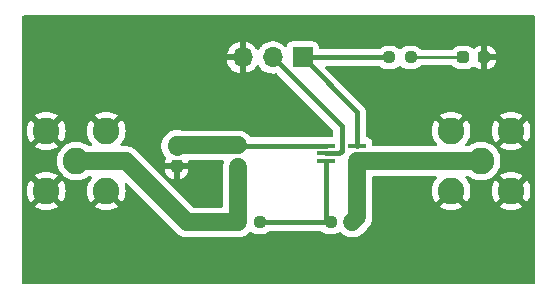
<source format=gtl>
G04 #@! TF.GenerationSoftware,KiCad,Pcbnew,6.0.11+dfsg-1*
G04 #@! TF.CreationDate,2024-04-10T12:01:02+02:00*
G04 #@! TF.ProjectId,Nehari_Chauveliere_aase_dephaseur,4e656861-7269-45f4-9368-617576656c69,rev?*
G04 #@! TF.SameCoordinates,Original*
G04 #@! TF.FileFunction,Copper,L1,Top*
G04 #@! TF.FilePolarity,Positive*
%FSLAX46Y46*%
G04 Gerber Fmt 4.6, Leading zero omitted, Abs format (unit mm)*
G04 Created by KiCad (PCBNEW 6.0.11+dfsg-1) date 2024-04-10 12:01:02*
%MOMM*%
%LPD*%
G01*
G04 APERTURE LIST*
G04 Aperture macros list*
%AMRoundRect*
0 Rectangle with rounded corners*
0 $1 Rounding radius*
0 $2 $3 $4 $5 $6 $7 $8 $9 X,Y pos of 4 corners*
0 Add a 4 corners polygon primitive as box body*
4,1,4,$2,$3,$4,$5,$6,$7,$8,$9,$2,$3,0*
0 Add four circle primitives for the rounded corners*
1,1,$1+$1,$2,$3*
1,1,$1+$1,$4,$5*
1,1,$1+$1,$6,$7*
1,1,$1+$1,$8,$9*
0 Add four rect primitives between the rounded corners*
20,1,$1+$1,$2,$3,$4,$5,0*
20,1,$1+$1,$4,$5,$6,$7,0*
20,1,$1+$1,$6,$7,$8,$9,0*
20,1,$1+$1,$8,$9,$2,$3,0*%
G04 Aperture macros list end*
G04 #@! TA.AperFunction,SMDPad,CuDef*
%ADD10RoundRect,0.237500X-0.250000X-0.237500X0.250000X-0.237500X0.250000X0.237500X-0.250000X0.237500X0*%
G04 #@! TD*
G04 #@! TA.AperFunction,SMDPad,CuDef*
%ADD11RoundRect,0.237500X0.287500X0.237500X-0.287500X0.237500X-0.287500X-0.237500X0.287500X-0.237500X0*%
G04 #@! TD*
G04 #@! TA.AperFunction,ComponentPad*
%ADD12C,2.250000*%
G04 #@! TD*
G04 #@! TA.AperFunction,SMDPad,CuDef*
%ADD13R,1.500000X0.400000*%
G04 #@! TD*
G04 #@! TA.AperFunction,SMDPad,CuDef*
%ADD14RoundRect,0.237500X0.237500X-0.250000X0.237500X0.250000X-0.237500X0.250000X-0.237500X-0.250000X0*%
G04 #@! TD*
G04 #@! TA.AperFunction,ComponentPad*
%ADD15R,1.700000X1.700000*%
G04 #@! TD*
G04 #@! TA.AperFunction,ComponentPad*
%ADD16O,1.700000X1.700000*%
G04 #@! TD*
G04 #@! TA.AperFunction,SMDPad,CuDef*
%ADD17RoundRect,0.237500X-0.237500X0.300000X-0.237500X-0.300000X0.237500X-0.300000X0.237500X0.300000X0*%
G04 #@! TD*
G04 #@! TA.AperFunction,Conductor*
%ADD18C,0.250000*%
G04 #@! TD*
G04 #@! TA.AperFunction,Conductor*
%ADD19C,0.400000*%
G04 #@! TD*
G04 #@! TA.AperFunction,Conductor*
%ADD20C,1.500000*%
G04 #@! TD*
G04 #@! TA.AperFunction,Conductor*
%ADD21C,1.600000*%
G04 #@! TD*
G04 APERTURE END LIST*
D10*
X143082000Y-72136000D03*
X144907000Y-72136000D03*
D11*
X151116000Y-72136000D03*
X149366000Y-72136000D03*
D12*
X150876000Y-80899000D03*
X148336000Y-78359000D03*
X153416000Y-83439000D03*
X153416000Y-78359000D03*
X148336000Y-83439000D03*
X119139000Y-78359000D03*
X114059000Y-83439000D03*
X114059000Y-78359000D03*
X119139000Y-83439000D03*
X116599000Y-80899000D03*
D13*
X137736090Y-79593737D03*
X137736090Y-80243737D03*
X137736090Y-80893737D03*
X140396090Y-80893737D03*
X140396090Y-79593737D03*
D10*
X138129000Y-86106000D03*
X139954000Y-86106000D03*
X130302000Y-86106000D03*
X132127000Y-86106000D03*
D14*
X130302000Y-81407000D03*
X130302000Y-79582000D03*
D15*
X135763000Y-72136000D03*
D16*
X133223000Y-72136000D03*
X130683000Y-72136000D03*
D17*
X125095000Y-79629000D03*
X125095000Y-81354000D03*
D18*
X144907000Y-72136000D02*
X149366000Y-72136000D01*
D19*
X135763000Y-72136000D02*
X143082000Y-72136000D01*
X137736090Y-79593737D02*
X130313737Y-79593737D01*
D18*
X130313737Y-79593737D02*
X130302000Y-79582000D01*
D20*
X130302000Y-79582000D02*
X125142000Y-79582000D01*
D21*
X125142000Y-79582000D02*
X125095000Y-79629000D01*
D20*
X130302000Y-86106000D02*
X125984000Y-86106000D01*
X125984000Y-86106000D02*
X120777000Y-80899000D01*
X120777000Y-80899000D02*
X116599000Y-80899000D01*
X150876000Y-80899000D02*
X140401353Y-80899000D01*
X140401353Y-80899000D02*
X140396090Y-80893737D01*
D19*
X138129000Y-86106000D02*
X132127000Y-86106000D01*
D20*
X130302000Y-81407000D02*
X130302000Y-86106000D01*
D19*
X137736090Y-80243737D02*
X138836090Y-80243737D01*
X138836090Y-80243737D02*
X139065000Y-80014827D01*
X139065000Y-80014827D02*
X139065000Y-77978000D01*
X139065000Y-77978000D02*
X133223000Y-72136000D01*
X140396090Y-79593737D02*
X140396090Y-76769090D01*
X140396090Y-76769090D02*
X135763000Y-72136000D01*
X138129000Y-86106000D02*
X137736090Y-85713090D01*
X137736090Y-85713090D02*
X137736090Y-80893737D01*
D20*
X139954000Y-86106000D02*
X140396090Y-85663910D01*
X140396090Y-85663910D02*
X140396090Y-80893737D01*
G04 #@! TA.AperFunction,Conductor*
G36*
X155389621Y-68600502D02*
G01*
X155436114Y-68654158D01*
X155447500Y-68706500D01*
X155447500Y-91186500D01*
X155427498Y-91254621D01*
X155373842Y-91301114D01*
X155321500Y-91312500D01*
X112140500Y-91312500D01*
X112072379Y-91292498D01*
X112025886Y-91238842D01*
X112014500Y-91186500D01*
X112014500Y-84763471D01*
X113099884Y-84763471D01*
X113103570Y-84768740D01*
X113311121Y-84895927D01*
X113319915Y-84900408D01*
X113548242Y-84994984D01*
X113557627Y-84998033D01*
X113797940Y-85055728D01*
X113807687Y-85057271D01*
X114054070Y-85076662D01*
X114063930Y-85076662D01*
X114310313Y-85057271D01*
X114320060Y-85055728D01*
X114560373Y-84998033D01*
X114569758Y-84994984D01*
X114798085Y-84900408D01*
X114806879Y-84895927D01*
X115012928Y-84769660D01*
X115016968Y-84763471D01*
X118179884Y-84763471D01*
X118183570Y-84768740D01*
X118391121Y-84895927D01*
X118399915Y-84900408D01*
X118628242Y-84994984D01*
X118637627Y-84998033D01*
X118877940Y-85055728D01*
X118887687Y-85057271D01*
X119134070Y-85076662D01*
X119143930Y-85076662D01*
X119390313Y-85057271D01*
X119400060Y-85055728D01*
X119640373Y-84998033D01*
X119649758Y-84994984D01*
X119878085Y-84900408D01*
X119886879Y-84895927D01*
X120092928Y-84769660D01*
X120098190Y-84761599D01*
X120092183Y-84751393D01*
X119151812Y-83811022D01*
X119137868Y-83803408D01*
X119136035Y-83803539D01*
X119129420Y-83807790D01*
X118187276Y-84749934D01*
X118179884Y-84763471D01*
X115016968Y-84763471D01*
X115018190Y-84761599D01*
X115012183Y-84751393D01*
X114071812Y-83811022D01*
X114057868Y-83803408D01*
X114056035Y-83803539D01*
X114049420Y-83807790D01*
X113107276Y-84749934D01*
X113099884Y-84763471D01*
X112014500Y-84763471D01*
X112014500Y-83443930D01*
X112421338Y-83443930D01*
X112440729Y-83690313D01*
X112442272Y-83700060D01*
X112499967Y-83940373D01*
X112503016Y-83949758D01*
X112597592Y-84178085D01*
X112602073Y-84186879D01*
X112728340Y-84392928D01*
X112736401Y-84398190D01*
X112746607Y-84392183D01*
X113686978Y-83451812D01*
X113693356Y-83440132D01*
X114423408Y-83440132D01*
X114423539Y-83441965D01*
X114427790Y-83448580D01*
X115369934Y-84390724D01*
X115383471Y-84398116D01*
X115388740Y-84394430D01*
X115515927Y-84186879D01*
X115520408Y-84178085D01*
X115614984Y-83949758D01*
X115618033Y-83940373D01*
X115675728Y-83700060D01*
X115677271Y-83690313D01*
X115696662Y-83443930D01*
X115696662Y-83434070D01*
X115677271Y-83187687D01*
X115675728Y-83177940D01*
X115618033Y-82937627D01*
X115614984Y-82928242D01*
X115520408Y-82699915D01*
X115515927Y-82691121D01*
X115389660Y-82485072D01*
X115381599Y-82479810D01*
X115371393Y-82485817D01*
X114431022Y-83426188D01*
X114423408Y-83440132D01*
X113693356Y-83440132D01*
X113694592Y-83437868D01*
X113694461Y-83436035D01*
X113690210Y-83429420D01*
X112748066Y-82487276D01*
X112734529Y-82479884D01*
X112729260Y-82483570D01*
X112602073Y-82691121D01*
X112597592Y-82699915D01*
X112503016Y-82928242D01*
X112499967Y-82937627D01*
X112442272Y-83177940D01*
X112440729Y-83187687D01*
X112421338Y-83434070D01*
X112421338Y-83443930D01*
X112014500Y-83443930D01*
X112014500Y-82116401D01*
X113099810Y-82116401D01*
X113105817Y-82126607D01*
X114046188Y-83066978D01*
X114060132Y-83074592D01*
X114061965Y-83074461D01*
X114068580Y-83070210D01*
X115010724Y-82128066D01*
X115018116Y-82114529D01*
X115014430Y-82109260D01*
X114806879Y-81982073D01*
X114798085Y-81977592D01*
X114569758Y-81883016D01*
X114560373Y-81879967D01*
X114320060Y-81822272D01*
X114310313Y-81820729D01*
X114063930Y-81801338D01*
X114054070Y-81801338D01*
X113807687Y-81820729D01*
X113797940Y-81822272D01*
X113557627Y-81879967D01*
X113548242Y-81883016D01*
X113319915Y-81977592D01*
X113311121Y-81982073D01*
X113105072Y-82108340D01*
X113099810Y-82116401D01*
X112014500Y-82116401D01*
X112014500Y-80899000D01*
X114960449Y-80899000D01*
X114980622Y-81155326D01*
X114981776Y-81160133D01*
X114981777Y-81160139D01*
X115005090Y-81257243D01*
X115040645Y-81405340D01*
X115042538Y-81409911D01*
X115042539Y-81409913D01*
X115132093Y-81626115D01*
X115139040Y-81642887D01*
X115273384Y-81862116D01*
X115440369Y-82057631D01*
X115635884Y-82224616D01*
X115855113Y-82358960D01*
X115859683Y-82360853D01*
X115859687Y-82360855D01*
X115952985Y-82399500D01*
X116092660Y-82457355D01*
X116155406Y-82472419D01*
X116337861Y-82516223D01*
X116337867Y-82516224D01*
X116342674Y-82517378D01*
X116599000Y-82537551D01*
X116855326Y-82517378D01*
X116860133Y-82516224D01*
X116860139Y-82516223D01*
X117042594Y-82472419D01*
X117105340Y-82457355D01*
X117245015Y-82399500D01*
X117338313Y-82360855D01*
X117338317Y-82360853D01*
X117342887Y-82358960D01*
X117562116Y-82224616D01*
X117565876Y-82221404D01*
X117565881Y-82221401D01*
X117605352Y-82187689D01*
X117670141Y-82158658D01*
X117687182Y-82157500D01*
X117812652Y-82157500D01*
X117880773Y-82177502D01*
X117927266Y-82231158D01*
X117937370Y-82301432D01*
X117908463Y-82365331D01*
X117817000Y-82472419D01*
X117811208Y-82480392D01*
X117682073Y-82691121D01*
X117677592Y-82699915D01*
X117583016Y-82928242D01*
X117579967Y-82937627D01*
X117522272Y-83177940D01*
X117520729Y-83187687D01*
X117501338Y-83434070D01*
X117501338Y-83443930D01*
X117520729Y-83690313D01*
X117522272Y-83700060D01*
X117579967Y-83940373D01*
X117583016Y-83949758D01*
X117677592Y-84178085D01*
X117682073Y-84186879D01*
X117808340Y-84392928D01*
X117816401Y-84398190D01*
X117826607Y-84392183D01*
X119049905Y-83168885D01*
X119112217Y-83134859D01*
X119183032Y-83139924D01*
X119228095Y-83168885D01*
X120449934Y-84390724D01*
X120463471Y-84398116D01*
X120468740Y-84394430D01*
X120595927Y-84186879D01*
X120600408Y-84178085D01*
X120694984Y-83949758D01*
X120698033Y-83940373D01*
X120755728Y-83700060D01*
X120757271Y-83690313D01*
X120776662Y-83443930D01*
X120776662Y-83434070D01*
X120757271Y-83187687D01*
X120755728Y-83177940D01*
X120698032Y-82937622D01*
X120697625Y-82936369D01*
X120697611Y-82935867D01*
X120696878Y-82932815D01*
X120697519Y-82932661D01*
X120695599Y-82865402D01*
X120732263Y-82804605D01*
X120795976Y-82773281D01*
X120866510Y-82781376D01*
X120906554Y-82808341D01*
X122994139Y-84895927D01*
X125029475Y-86931263D01*
X125040342Y-86943653D01*
X125053877Y-86961292D01*
X125113794Y-87015812D01*
X125114174Y-87016158D01*
X125118469Y-87020257D01*
X125134410Y-87036198D01*
X125136557Y-87037993D01*
X125136559Y-87037995D01*
X125154423Y-87052932D01*
X125158398Y-87056400D01*
X125215888Y-87108712D01*
X125215897Y-87108719D01*
X125220036Y-87112485D01*
X125224782Y-87115462D01*
X125224783Y-87115463D01*
X125235225Y-87122013D01*
X125249093Y-87132089D01*
X125258549Y-87139996D01*
X125258559Y-87140003D01*
X125262854Y-87143594D01*
X125330208Y-87182012D01*
X125335240Y-87184882D01*
X125339759Y-87187587D01*
X125353224Y-87196033D01*
X125405596Y-87228886D01*
X125405599Y-87228888D01*
X125410344Y-87231864D01*
X125415549Y-87233957D01*
X125415552Y-87233958D01*
X125426979Y-87238552D01*
X125442411Y-87246012D01*
X125453119Y-87252120D01*
X125453128Y-87252124D01*
X125457993Y-87254899D01*
X125463270Y-87256768D01*
X125463275Y-87256770D01*
X125536542Y-87282715D01*
X125541478Y-87284580D01*
X125618783Y-87315656D01*
X125624270Y-87316792D01*
X125624272Y-87316793D01*
X125636349Y-87319294D01*
X125652844Y-87323899D01*
X125669759Y-87329889D01*
X125752010Y-87343359D01*
X125757180Y-87344317D01*
X125785181Y-87350116D01*
X125823653Y-87358083D01*
X125838767Y-87361213D01*
X125843379Y-87361479D01*
X125843380Y-87361479D01*
X125866548Y-87362815D01*
X125879653Y-87364262D01*
X125885910Y-87365286D01*
X125885914Y-87365286D01*
X125891457Y-87366194D01*
X125897070Y-87366106D01*
X125897072Y-87366106D01*
X125998264Y-87364516D01*
X126000243Y-87364500D01*
X130260654Y-87364500D01*
X130267907Y-87364709D01*
X130336083Y-87368640D01*
X130336086Y-87368640D01*
X130341690Y-87368963D01*
X130431628Y-87358080D01*
X130435531Y-87357670D01*
X130504854Y-87351483D01*
X130525762Y-87349617D01*
X130536029Y-87346808D01*
X130554137Y-87343256D01*
X130559141Y-87342650D01*
X130559146Y-87342649D01*
X130564715Y-87341975D01*
X130651342Y-87315325D01*
X130655092Y-87314236D01*
X130742451Y-87290337D01*
X130747519Y-87287920D01*
X130752067Y-87285751D01*
X130769249Y-87279052D01*
X130770709Y-87278603D01*
X130779435Y-87275918D01*
X130859984Y-87234344D01*
X130863425Y-87232636D01*
X130945218Y-87193622D01*
X130953865Y-87187409D01*
X130969591Y-87177772D01*
X130979064Y-87172882D01*
X130983516Y-87169466D01*
X130983519Y-87169464D01*
X131050938Y-87117732D01*
X131054100Y-87115383D01*
X131090120Y-87089500D01*
X131123096Y-87065805D01*
X131123101Y-87065801D01*
X131127654Y-87062529D01*
X131133030Y-87056981D01*
X131135064Y-87054883D01*
X131148839Y-87042610D01*
X131152837Y-87039542D01*
X131152841Y-87039538D01*
X131157292Y-87036123D01*
X131161065Y-87031977D01*
X131161070Y-87031972D01*
X131218252Y-86969129D01*
X131220962Y-86966243D01*
X131222108Y-86965061D01*
X131226245Y-86960792D01*
X131243217Y-86943278D01*
X131304987Y-86908279D01*
X131375874Y-86912232D01*
X131409230Y-86930666D01*
X131411497Y-86932929D01*
X131417727Y-86936769D01*
X131417728Y-86936770D01*
X131553169Y-87020257D01*
X131559580Y-87024209D01*
X131724691Y-87078974D01*
X131731527Y-87079674D01*
X131731530Y-87079675D01*
X131783026Y-87084951D01*
X131827428Y-87089500D01*
X132426572Y-87089500D01*
X132429818Y-87089163D01*
X132429822Y-87089163D01*
X132523735Y-87079419D01*
X132523739Y-87079418D01*
X132530593Y-87078707D01*
X132537129Y-87076526D01*
X132537131Y-87076526D01*
X132685233Y-87027115D01*
X132695607Y-87023654D01*
X132843531Y-86932116D01*
X132848704Y-86926934D01*
X132848709Y-86926930D01*
X132924024Y-86851483D01*
X132986306Y-86817403D01*
X133013197Y-86814500D01*
X137242734Y-86814500D01*
X137310855Y-86834502D01*
X137331751Y-86851327D01*
X137408312Y-86927754D01*
X137408317Y-86927758D01*
X137413497Y-86932929D01*
X137419727Y-86936769D01*
X137419728Y-86936770D01*
X137555169Y-87020257D01*
X137561580Y-87024209D01*
X137726691Y-87078974D01*
X137733527Y-87079674D01*
X137733530Y-87079675D01*
X137785026Y-87084951D01*
X137829428Y-87089500D01*
X138428572Y-87089500D01*
X138431818Y-87089163D01*
X138431822Y-87089163D01*
X138525735Y-87079419D01*
X138525739Y-87079418D01*
X138532593Y-87078707D01*
X138539129Y-87076526D01*
X138539131Y-87076526D01*
X138687233Y-87027115D01*
X138697607Y-87023654D01*
X138798383Y-86961292D01*
X138839308Y-86935967D01*
X138839309Y-86935967D01*
X138845531Y-86932116D01*
X138846901Y-86930744D01*
X138910662Y-86904937D01*
X138980426Y-86918109D01*
X139017190Y-86946501D01*
X139033727Y-86965061D01*
X139089015Y-87027115D01*
X139265801Y-87165734D01*
X139284155Y-87175452D01*
X139437741Y-87256770D01*
X139464341Y-87270854D01*
X139469687Y-87272560D01*
X139469689Y-87272561D01*
X139579925Y-87307742D01*
X139678357Y-87339156D01*
X139683914Y-87339888D01*
X139683916Y-87339888D01*
X139761606Y-87350116D01*
X139901086Y-87368479D01*
X139906685Y-87368215D01*
X139906687Y-87368215D01*
X140021185Y-87362815D01*
X140125488Y-87357896D01*
X140273908Y-87323903D01*
X140339005Y-87308994D01*
X140339009Y-87308993D01*
X140344470Y-87307742D01*
X140506684Y-87238552D01*
X140545954Y-87221802D01*
X140545956Y-87221801D01*
X140551109Y-87219603D01*
X140633117Y-87165734D01*
X140735020Y-87098797D01*
X140735024Y-87098794D01*
X140738874Y-87096265D01*
X140742312Y-87093202D01*
X140742317Y-87093198D01*
X140780152Y-87059487D01*
X140781509Y-87058278D01*
X141221349Y-86618438D01*
X141233741Y-86607570D01*
X141246933Y-86597448D01*
X141246941Y-86597441D01*
X141251382Y-86594033D01*
X141306258Y-86533725D01*
X141310357Y-86529430D01*
X141326288Y-86513499D01*
X141343024Y-86493483D01*
X141346469Y-86489534D01*
X141398793Y-86432031D01*
X141398796Y-86432027D01*
X141402575Y-86427874D01*
X141412103Y-86412685D01*
X141422181Y-86398813D01*
X141430082Y-86389365D01*
X141430087Y-86389358D01*
X141433684Y-86385056D01*
X141474977Y-86312662D01*
X141477682Y-86308142D01*
X141518976Y-86242314D01*
X141518978Y-86242311D01*
X141521954Y-86237566D01*
X141528642Y-86220931D01*
X141536102Y-86205499D01*
X141542210Y-86194791D01*
X141542214Y-86194782D01*
X141544989Y-86189917D01*
X141546858Y-86184640D01*
X141546860Y-86184635D01*
X141572805Y-86111368D01*
X141574670Y-86106432D01*
X141603656Y-86034326D01*
X141605746Y-86029127D01*
X141609384Y-86011560D01*
X141613989Y-85995066D01*
X141619979Y-85978151D01*
X141633445Y-85895919D01*
X141634407Y-85890729D01*
X141650367Y-85813664D01*
X141650368Y-85813660D01*
X141651303Y-85809143D01*
X141652905Y-85781362D01*
X141654352Y-85768257D01*
X141655376Y-85762000D01*
X141655376Y-85761993D01*
X141656284Y-85756452D01*
X141654606Y-85649646D01*
X141654590Y-85647667D01*
X141654590Y-84763471D01*
X147376884Y-84763471D01*
X147380570Y-84768740D01*
X147588121Y-84895927D01*
X147596915Y-84900408D01*
X147825242Y-84994984D01*
X147834627Y-84998033D01*
X148074940Y-85055728D01*
X148084687Y-85057271D01*
X148331070Y-85076662D01*
X148340930Y-85076662D01*
X148587313Y-85057271D01*
X148597060Y-85055728D01*
X148837373Y-84998033D01*
X148846758Y-84994984D01*
X149075085Y-84900408D01*
X149083879Y-84895927D01*
X149289928Y-84769660D01*
X149293968Y-84763471D01*
X152456884Y-84763471D01*
X152460570Y-84768740D01*
X152668121Y-84895927D01*
X152676915Y-84900408D01*
X152905242Y-84994984D01*
X152914627Y-84998033D01*
X153154940Y-85055728D01*
X153164687Y-85057271D01*
X153411070Y-85076662D01*
X153420930Y-85076662D01*
X153667313Y-85057271D01*
X153677060Y-85055728D01*
X153917373Y-84998033D01*
X153926758Y-84994984D01*
X154155085Y-84900408D01*
X154163879Y-84895927D01*
X154369928Y-84769660D01*
X154375190Y-84761599D01*
X154369183Y-84751393D01*
X153428812Y-83811022D01*
X153414868Y-83803408D01*
X153413035Y-83803539D01*
X153406420Y-83807790D01*
X152464276Y-84749934D01*
X152456884Y-84763471D01*
X149293968Y-84763471D01*
X149295190Y-84761599D01*
X149289183Y-84751393D01*
X148348812Y-83811022D01*
X148334868Y-83803408D01*
X148333035Y-83803539D01*
X148326420Y-83807790D01*
X147384276Y-84749934D01*
X147376884Y-84763471D01*
X141654590Y-84763471D01*
X141654590Y-82283500D01*
X141674592Y-82215379D01*
X141728248Y-82168886D01*
X141780590Y-82157500D01*
X147009652Y-82157500D01*
X147077773Y-82177502D01*
X147124266Y-82231158D01*
X147134370Y-82301432D01*
X147105463Y-82365331D01*
X147014000Y-82472419D01*
X147008208Y-82480392D01*
X146879073Y-82691121D01*
X146874592Y-82699915D01*
X146780016Y-82928242D01*
X146776967Y-82937627D01*
X146719272Y-83177940D01*
X146717729Y-83187687D01*
X146698338Y-83434070D01*
X146698338Y-83443930D01*
X146717729Y-83690313D01*
X146719272Y-83700060D01*
X146776967Y-83940373D01*
X146780016Y-83949758D01*
X146874592Y-84178085D01*
X146879073Y-84186879D01*
X147005340Y-84392928D01*
X147013401Y-84398190D01*
X147023607Y-84392183D01*
X148246905Y-83168885D01*
X148309217Y-83134859D01*
X148380032Y-83139924D01*
X148425095Y-83168885D01*
X149646934Y-84390724D01*
X149660471Y-84398116D01*
X149665740Y-84394430D01*
X149792927Y-84186879D01*
X149797408Y-84178085D01*
X149891984Y-83949758D01*
X149895033Y-83940373D01*
X149952728Y-83700060D01*
X149954271Y-83690313D01*
X149973662Y-83443930D01*
X151778338Y-83443930D01*
X151797729Y-83690313D01*
X151799272Y-83700060D01*
X151856967Y-83940373D01*
X151860016Y-83949758D01*
X151954592Y-84178085D01*
X151959073Y-84186879D01*
X152085340Y-84392928D01*
X152093401Y-84398190D01*
X152103607Y-84392183D01*
X153043978Y-83451812D01*
X153050356Y-83440132D01*
X153780408Y-83440132D01*
X153780539Y-83441965D01*
X153784790Y-83448580D01*
X154726934Y-84390724D01*
X154740471Y-84398116D01*
X154745740Y-84394430D01*
X154872927Y-84186879D01*
X154877408Y-84178085D01*
X154971984Y-83949758D01*
X154975033Y-83940373D01*
X155032728Y-83700060D01*
X155034271Y-83690313D01*
X155053662Y-83443930D01*
X155053662Y-83434070D01*
X155034271Y-83187687D01*
X155032728Y-83177940D01*
X154975033Y-82937627D01*
X154971984Y-82928242D01*
X154877408Y-82699915D01*
X154872927Y-82691121D01*
X154746660Y-82485072D01*
X154738599Y-82479810D01*
X154728393Y-82485817D01*
X153788022Y-83426188D01*
X153780408Y-83440132D01*
X153050356Y-83440132D01*
X153051592Y-83437868D01*
X153051461Y-83436035D01*
X153047210Y-83429420D01*
X152105066Y-82487276D01*
X152091529Y-82479884D01*
X152086260Y-82483570D01*
X151959073Y-82691121D01*
X151954592Y-82699915D01*
X151860016Y-82928242D01*
X151856967Y-82937627D01*
X151799272Y-83177940D01*
X151797729Y-83187687D01*
X151778338Y-83434070D01*
X151778338Y-83443930D01*
X149973662Y-83443930D01*
X149973662Y-83434070D01*
X149954271Y-83187687D01*
X149952728Y-83177940D01*
X149895033Y-82937627D01*
X149891984Y-82928242D01*
X149797408Y-82699915D01*
X149792927Y-82691121D01*
X149663792Y-82480392D01*
X149658000Y-82472419D01*
X149566537Y-82365331D01*
X149537506Y-82300541D01*
X149548111Y-82230341D01*
X149594985Y-82177019D01*
X149662348Y-82157500D01*
X149787818Y-82157500D01*
X149855939Y-82177502D01*
X149869648Y-82187689D01*
X149909119Y-82221401D01*
X149909124Y-82221404D01*
X149912884Y-82224616D01*
X150132113Y-82358960D01*
X150136683Y-82360853D01*
X150136687Y-82360855D01*
X150229985Y-82399500D01*
X150369660Y-82457355D01*
X150432406Y-82472419D01*
X150614861Y-82516223D01*
X150614867Y-82516224D01*
X150619674Y-82517378D01*
X150876000Y-82537551D01*
X151132326Y-82517378D01*
X151137133Y-82516224D01*
X151137139Y-82516223D01*
X151319594Y-82472419D01*
X151382340Y-82457355D01*
X151522015Y-82399500D01*
X151615313Y-82360855D01*
X151615317Y-82360853D01*
X151619887Y-82358960D01*
X151839116Y-82224616D01*
X151965820Y-82116401D01*
X152456810Y-82116401D01*
X152462817Y-82126607D01*
X153403188Y-83066978D01*
X153417132Y-83074592D01*
X153418965Y-83074461D01*
X153425580Y-83070210D01*
X154367724Y-82128066D01*
X154375116Y-82114529D01*
X154371430Y-82109260D01*
X154163879Y-81982073D01*
X154155085Y-81977592D01*
X153926758Y-81883016D01*
X153917373Y-81879967D01*
X153677060Y-81822272D01*
X153667313Y-81820729D01*
X153420930Y-81801338D01*
X153411070Y-81801338D01*
X153164687Y-81820729D01*
X153154940Y-81822272D01*
X152914627Y-81879967D01*
X152905242Y-81883016D01*
X152676915Y-81977592D01*
X152668121Y-81982073D01*
X152462072Y-82108340D01*
X152456810Y-82116401D01*
X151965820Y-82116401D01*
X152034631Y-82057631D01*
X152201616Y-81862116D01*
X152335960Y-81642887D01*
X152342908Y-81626115D01*
X152432461Y-81409913D01*
X152432462Y-81409911D01*
X152434355Y-81405340D01*
X152469910Y-81257243D01*
X152493223Y-81160139D01*
X152493224Y-81160133D01*
X152494378Y-81155326D01*
X152514551Y-80899000D01*
X152494378Y-80642674D01*
X152489978Y-80624343D01*
X152435510Y-80397472D01*
X152434355Y-80392660D01*
X152431850Y-80386613D01*
X152337855Y-80159687D01*
X152337853Y-80159683D01*
X152335960Y-80155113D01*
X152201616Y-79935884D01*
X152034631Y-79740369D01*
X151968012Y-79683471D01*
X152456884Y-79683471D01*
X152460570Y-79688740D01*
X152668121Y-79815927D01*
X152676915Y-79820408D01*
X152905242Y-79914984D01*
X152914627Y-79918033D01*
X153154940Y-79975728D01*
X153164687Y-79977271D01*
X153411070Y-79996662D01*
X153420930Y-79996662D01*
X153667313Y-79977271D01*
X153677060Y-79975728D01*
X153917373Y-79918033D01*
X153926758Y-79914984D01*
X154155085Y-79820408D01*
X154163879Y-79815927D01*
X154369928Y-79689660D01*
X154375190Y-79681599D01*
X154369183Y-79671393D01*
X153428812Y-78731022D01*
X153414868Y-78723408D01*
X153413035Y-78723539D01*
X153406420Y-78727790D01*
X152464276Y-79669934D01*
X152456884Y-79683471D01*
X151968012Y-79683471D01*
X151839116Y-79573384D01*
X151619887Y-79439040D01*
X151615317Y-79437147D01*
X151615313Y-79437145D01*
X151386913Y-79342539D01*
X151386911Y-79342538D01*
X151382340Y-79340645D01*
X151273147Y-79314430D01*
X151137139Y-79281777D01*
X151137133Y-79281776D01*
X151132326Y-79280622D01*
X150876000Y-79260449D01*
X150619674Y-79280622D01*
X150614867Y-79281776D01*
X150614861Y-79281777D01*
X150478853Y-79314430D01*
X150369660Y-79340645D01*
X150365089Y-79342538D01*
X150365087Y-79342539D01*
X150136687Y-79437145D01*
X150136683Y-79437147D01*
X150132113Y-79439040D01*
X149912884Y-79573384D01*
X149909124Y-79576596D01*
X149909119Y-79576599D01*
X149869648Y-79610311D01*
X149804859Y-79639342D01*
X149787818Y-79640500D01*
X149662348Y-79640500D01*
X149594227Y-79620498D01*
X149547734Y-79566842D01*
X149537630Y-79496568D01*
X149566537Y-79432669D01*
X149658000Y-79325581D01*
X149663792Y-79317608D01*
X149792927Y-79106879D01*
X149797408Y-79098085D01*
X149891984Y-78869758D01*
X149895033Y-78860373D01*
X149952728Y-78620060D01*
X149954271Y-78610313D01*
X149973662Y-78363930D01*
X151778338Y-78363930D01*
X151797729Y-78610313D01*
X151799272Y-78620060D01*
X151856967Y-78860373D01*
X151860016Y-78869758D01*
X151954592Y-79098085D01*
X151959073Y-79106879D01*
X152085340Y-79312928D01*
X152093401Y-79318190D01*
X152103607Y-79312183D01*
X153043978Y-78371812D01*
X153050356Y-78360132D01*
X153780408Y-78360132D01*
X153780539Y-78361965D01*
X153784790Y-78368580D01*
X154726934Y-79310724D01*
X154740471Y-79318116D01*
X154745740Y-79314430D01*
X154872927Y-79106879D01*
X154877408Y-79098085D01*
X154971984Y-78869758D01*
X154975033Y-78860373D01*
X155032728Y-78620060D01*
X155034271Y-78610313D01*
X155053662Y-78363930D01*
X155053662Y-78354070D01*
X155034271Y-78107687D01*
X155032728Y-78097940D01*
X154975033Y-77857627D01*
X154971984Y-77848242D01*
X154877408Y-77619915D01*
X154872927Y-77611121D01*
X154746660Y-77405072D01*
X154738599Y-77399810D01*
X154728393Y-77405817D01*
X153788022Y-78346188D01*
X153780408Y-78360132D01*
X153050356Y-78360132D01*
X153051592Y-78357868D01*
X153051461Y-78356035D01*
X153047210Y-78349420D01*
X152105066Y-77407276D01*
X152091529Y-77399884D01*
X152086260Y-77403570D01*
X151959073Y-77611121D01*
X151954592Y-77619915D01*
X151860016Y-77848242D01*
X151856967Y-77857627D01*
X151799272Y-78097940D01*
X151797729Y-78107687D01*
X151778338Y-78354070D01*
X151778338Y-78363930D01*
X149973662Y-78363930D01*
X149973662Y-78354070D01*
X149954271Y-78107687D01*
X149952728Y-78097940D01*
X149895033Y-77857627D01*
X149891984Y-77848242D01*
X149797408Y-77619915D01*
X149792927Y-77611121D01*
X149666660Y-77405072D01*
X149658599Y-77399810D01*
X149648393Y-77405817D01*
X148425095Y-78629115D01*
X148362783Y-78663141D01*
X148291968Y-78658076D01*
X148246905Y-78629115D01*
X147025066Y-77407276D01*
X147011529Y-77399884D01*
X147006260Y-77403570D01*
X146879073Y-77611121D01*
X146874592Y-77619915D01*
X146780016Y-77848242D01*
X146776967Y-77857627D01*
X146719272Y-78097940D01*
X146717729Y-78107687D01*
X146698338Y-78354070D01*
X146698338Y-78363930D01*
X146717729Y-78610313D01*
X146719272Y-78620060D01*
X146776967Y-78860373D01*
X146780016Y-78869758D01*
X146874592Y-79098085D01*
X146879073Y-79106879D01*
X147008208Y-79317608D01*
X147014000Y-79325581D01*
X147105463Y-79432669D01*
X147134494Y-79497459D01*
X147123889Y-79567659D01*
X147077015Y-79620981D01*
X147009652Y-79640500D01*
X141780590Y-79640500D01*
X141712469Y-79620498D01*
X141665976Y-79566842D01*
X141654590Y-79514500D01*
X141654590Y-79345603D01*
X141647835Y-79283421D01*
X141596705Y-79147032D01*
X141509351Y-79030476D01*
X141392795Y-78943122D01*
X141256406Y-78891992D01*
X141229176Y-78889034D01*
X141216982Y-78887709D01*
X141151420Y-78860467D01*
X141110994Y-78802103D01*
X141104590Y-78762446D01*
X141104590Y-77036401D01*
X147376810Y-77036401D01*
X147382817Y-77046607D01*
X148323188Y-77986978D01*
X148337132Y-77994592D01*
X148338965Y-77994461D01*
X148345580Y-77990210D01*
X149287724Y-77048066D01*
X149294094Y-77036401D01*
X152456810Y-77036401D01*
X152462817Y-77046607D01*
X153403188Y-77986978D01*
X153417132Y-77994592D01*
X153418965Y-77994461D01*
X153425580Y-77990210D01*
X154367724Y-77048066D01*
X154375116Y-77034529D01*
X154371430Y-77029260D01*
X154163879Y-76902073D01*
X154155085Y-76897592D01*
X153926758Y-76803016D01*
X153917373Y-76799967D01*
X153677060Y-76742272D01*
X153667313Y-76740729D01*
X153420930Y-76721338D01*
X153411070Y-76721338D01*
X153164687Y-76740729D01*
X153154940Y-76742272D01*
X152914627Y-76799967D01*
X152905242Y-76803016D01*
X152676915Y-76897592D01*
X152668121Y-76902073D01*
X152462072Y-77028340D01*
X152456810Y-77036401D01*
X149294094Y-77036401D01*
X149295116Y-77034529D01*
X149291430Y-77029260D01*
X149083879Y-76902073D01*
X149075085Y-76897592D01*
X148846758Y-76803016D01*
X148837373Y-76799967D01*
X148597060Y-76742272D01*
X148587313Y-76740729D01*
X148340930Y-76721338D01*
X148331070Y-76721338D01*
X148084687Y-76740729D01*
X148074940Y-76742272D01*
X147834627Y-76799967D01*
X147825242Y-76803016D01*
X147596915Y-76897592D01*
X147588121Y-76902073D01*
X147382072Y-77028340D01*
X147376810Y-77036401D01*
X141104590Y-77036401D01*
X141104590Y-76798017D01*
X141104882Y-76789448D01*
X141108300Y-76739315D01*
X141108300Y-76739311D01*
X141108816Y-76731738D01*
X141097826Y-76668771D01*
X141096865Y-76662255D01*
X141090104Y-76606388D01*
X141089192Y-76598848D01*
X141086509Y-76591747D01*
X141085868Y-76589138D01*
X141081399Y-76572805D01*
X141080638Y-76570285D01*
X141079333Y-76562807D01*
X141076281Y-76555854D01*
X141053649Y-76504294D01*
X141051158Y-76498189D01*
X141031265Y-76445546D01*
X141031263Y-76445542D01*
X141028577Y-76438434D01*
X141024274Y-76432173D01*
X141023037Y-76429807D01*
X141014810Y-76415027D01*
X141013459Y-76412742D01*
X141010405Y-76405785D01*
X141005785Y-76399765D01*
X141005782Y-76399759D01*
X140971511Y-76355099D01*
X140967631Y-76349758D01*
X140935751Y-76303370D01*
X140935746Y-76303365D01*
X140931447Y-76297109D01*
X140884919Y-76255654D01*
X140879644Y-76250674D01*
X137688565Y-73059595D01*
X137654539Y-72997283D01*
X137659604Y-72926468D01*
X137702151Y-72869632D01*
X137768671Y-72844821D01*
X137777660Y-72844500D01*
X142195734Y-72844500D01*
X142263855Y-72864502D01*
X142284751Y-72881327D01*
X142361312Y-72957754D01*
X142361317Y-72957758D01*
X142366497Y-72962929D01*
X142372727Y-72966769D01*
X142372728Y-72966770D01*
X142463645Y-73022812D01*
X142514580Y-73054209D01*
X142679691Y-73108974D01*
X142686527Y-73109674D01*
X142686530Y-73109675D01*
X142721328Y-73113240D01*
X142782428Y-73119500D01*
X143381572Y-73119500D01*
X143384818Y-73119163D01*
X143384822Y-73119163D01*
X143478735Y-73109419D01*
X143478739Y-73109418D01*
X143485593Y-73108707D01*
X143492129Y-73106526D01*
X143492131Y-73106526D01*
X143632800Y-73059595D01*
X143650607Y-73053654D01*
X143798531Y-72962116D01*
X143830731Y-72929860D01*
X143905247Y-72855214D01*
X143967530Y-72821135D01*
X144038350Y-72826138D01*
X144083437Y-72855059D01*
X144186312Y-72957754D01*
X144186317Y-72957758D01*
X144191497Y-72962929D01*
X144197727Y-72966769D01*
X144197728Y-72966770D01*
X144288645Y-73022812D01*
X144339580Y-73054209D01*
X144504691Y-73108974D01*
X144511527Y-73109674D01*
X144511530Y-73109675D01*
X144546328Y-73113240D01*
X144607428Y-73119500D01*
X145206572Y-73119500D01*
X145209818Y-73119163D01*
X145209822Y-73119163D01*
X145303735Y-73109419D01*
X145303739Y-73109418D01*
X145310593Y-73108707D01*
X145317129Y-73106526D01*
X145317131Y-73106526D01*
X145457800Y-73059595D01*
X145475607Y-73053654D01*
X145623531Y-72962116D01*
X145655731Y-72929860D01*
X145741258Y-72844184D01*
X145741262Y-72844179D01*
X145746429Y-72839003D01*
X145752357Y-72829386D01*
X145754386Y-72827559D01*
X145754807Y-72827027D01*
X145754898Y-72827099D01*
X145805128Y-72781892D01*
X145859618Y-72769500D01*
X148376036Y-72769500D01*
X148444157Y-72789502D01*
X148483179Y-72829196D01*
X148489884Y-72840031D01*
X148495066Y-72845204D01*
X148607816Y-72957758D01*
X148607821Y-72957762D01*
X148612997Y-72962929D01*
X148619227Y-72966769D01*
X148619228Y-72966770D01*
X148710145Y-73022812D01*
X148761080Y-73054209D01*
X148926191Y-73108974D01*
X148933027Y-73109674D01*
X148933030Y-73109675D01*
X148967828Y-73113240D01*
X149028928Y-73119500D01*
X149703072Y-73119500D01*
X149706318Y-73119163D01*
X149706322Y-73119163D01*
X149800235Y-73109419D01*
X149800239Y-73109418D01*
X149807093Y-73108707D01*
X149813629Y-73106526D01*
X149813631Y-73106526D01*
X149954300Y-73059595D01*
X149972107Y-73053654D01*
X150120031Y-72962116D01*
X150152231Y-72929859D01*
X150214512Y-72895780D01*
X150285332Y-72900782D01*
X150330422Y-72929704D01*
X150358129Y-72957363D01*
X150369540Y-72966375D01*
X150505063Y-73049912D01*
X150518241Y-73056056D01*
X150669766Y-73106315D01*
X150683132Y-73109181D01*
X150775770Y-73118672D01*
X150782185Y-73119000D01*
X150843885Y-73119000D01*
X150859124Y-73114525D01*
X150860329Y-73113135D01*
X150862000Y-73105452D01*
X150862000Y-73100885D01*
X151370000Y-73100885D01*
X151374475Y-73116124D01*
X151375865Y-73117329D01*
X151383548Y-73119000D01*
X151449766Y-73119000D01*
X151456282Y-73118663D01*
X151550132Y-73108925D01*
X151563528Y-73106032D01*
X151714953Y-73055512D01*
X151728115Y-73049347D01*
X151863492Y-72965574D01*
X151874890Y-72956540D01*
X151987363Y-72843871D01*
X151996375Y-72832460D01*
X152079912Y-72696937D01*
X152086056Y-72683759D01*
X152136315Y-72532234D01*
X152139181Y-72518868D01*
X152148672Y-72426230D01*
X152149000Y-72419815D01*
X152149000Y-72408115D01*
X152144525Y-72392876D01*
X152143135Y-72391671D01*
X152135452Y-72390000D01*
X151388115Y-72390000D01*
X151372876Y-72394475D01*
X151371671Y-72395865D01*
X151370000Y-72403548D01*
X151370000Y-73100885D01*
X150862000Y-73100885D01*
X150862000Y-71863885D01*
X151370000Y-71863885D01*
X151374475Y-71879124D01*
X151375865Y-71880329D01*
X151383548Y-71882000D01*
X152130885Y-71882000D01*
X152146124Y-71877525D01*
X152147329Y-71876135D01*
X152149000Y-71868452D01*
X152149000Y-71852234D01*
X152148663Y-71845718D01*
X152138925Y-71751868D01*
X152136032Y-71738472D01*
X152085512Y-71587047D01*
X152079347Y-71573885D01*
X151995574Y-71438508D01*
X151986540Y-71427110D01*
X151873871Y-71314637D01*
X151862460Y-71305625D01*
X151726937Y-71222088D01*
X151713759Y-71215944D01*
X151562234Y-71165685D01*
X151548868Y-71162819D01*
X151456230Y-71153328D01*
X151449815Y-71153000D01*
X151388115Y-71153000D01*
X151372876Y-71157475D01*
X151371671Y-71158865D01*
X151370000Y-71166548D01*
X151370000Y-71863885D01*
X150862000Y-71863885D01*
X150862000Y-71171115D01*
X150857525Y-71155876D01*
X150856135Y-71154671D01*
X150848452Y-71153000D01*
X150782234Y-71153000D01*
X150775718Y-71153337D01*
X150681868Y-71163075D01*
X150668472Y-71165968D01*
X150517047Y-71216488D01*
X150503885Y-71222653D01*
X150368508Y-71306426D01*
X150357105Y-71315464D01*
X150330475Y-71342140D01*
X150268193Y-71376219D01*
X150197373Y-71371216D01*
X150152285Y-71342295D01*
X150124183Y-71314242D01*
X150119003Y-71309071D01*
X150105515Y-71300757D01*
X149977150Y-71221631D01*
X149977148Y-71221630D01*
X149970920Y-71217791D01*
X149805809Y-71163026D01*
X149798973Y-71162326D01*
X149798970Y-71162325D01*
X149747474Y-71157049D01*
X149703072Y-71152500D01*
X149028928Y-71152500D01*
X149025682Y-71152837D01*
X149025678Y-71152837D01*
X148931765Y-71162581D01*
X148931761Y-71162582D01*
X148924907Y-71163293D01*
X148918371Y-71165474D01*
X148918369Y-71165474D01*
X148785605Y-71209768D01*
X148759893Y-71218346D01*
X148611969Y-71309884D01*
X148606796Y-71315066D01*
X148494242Y-71427816D01*
X148494238Y-71427821D01*
X148489071Y-71432997D01*
X148485231Y-71439227D01*
X148485230Y-71439228D01*
X148483143Y-71442614D01*
X148481114Y-71444441D01*
X148480693Y-71444973D01*
X148480602Y-71444901D01*
X148430372Y-71490108D01*
X148375882Y-71502500D01*
X145859464Y-71502500D01*
X145791343Y-71482498D01*
X145752321Y-71442804D01*
X145745616Y-71431969D01*
X145730562Y-71416941D01*
X145627684Y-71314242D01*
X145627679Y-71314238D01*
X145622503Y-71309071D01*
X145609015Y-71300757D01*
X145480650Y-71221631D01*
X145480648Y-71221630D01*
X145474420Y-71217791D01*
X145309309Y-71163026D01*
X145302473Y-71162326D01*
X145302470Y-71162325D01*
X145250974Y-71157049D01*
X145206572Y-71152500D01*
X144607428Y-71152500D01*
X144604182Y-71152837D01*
X144604178Y-71152837D01*
X144510265Y-71162581D01*
X144510261Y-71162582D01*
X144503407Y-71163293D01*
X144496871Y-71165474D01*
X144496869Y-71165474D01*
X144364105Y-71209768D01*
X144338393Y-71218346D01*
X144190469Y-71309884D01*
X144185296Y-71315066D01*
X144083753Y-71416786D01*
X144021470Y-71450865D01*
X143950650Y-71445862D01*
X143905563Y-71416941D01*
X143802688Y-71314246D01*
X143802683Y-71314242D01*
X143797503Y-71309071D01*
X143784015Y-71300757D01*
X143655650Y-71221631D01*
X143655648Y-71221630D01*
X143649420Y-71217791D01*
X143484309Y-71163026D01*
X143477473Y-71162326D01*
X143477470Y-71162325D01*
X143425974Y-71157049D01*
X143381572Y-71152500D01*
X142782428Y-71152500D01*
X142779182Y-71152837D01*
X142779178Y-71152837D01*
X142685265Y-71162581D01*
X142685261Y-71162582D01*
X142678407Y-71163293D01*
X142671871Y-71165474D01*
X142671869Y-71165474D01*
X142539105Y-71209768D01*
X142513393Y-71218346D01*
X142365469Y-71309884D01*
X142360296Y-71315066D01*
X142360291Y-71315070D01*
X142284976Y-71390517D01*
X142222694Y-71424597D01*
X142195803Y-71427500D01*
X137247500Y-71427500D01*
X137179379Y-71407498D01*
X137132886Y-71353842D01*
X137121500Y-71301500D01*
X137121500Y-71237866D01*
X137114745Y-71175684D01*
X137063615Y-71039295D01*
X136976261Y-70922739D01*
X136859705Y-70835385D01*
X136723316Y-70784255D01*
X136661134Y-70777500D01*
X134864866Y-70777500D01*
X134802684Y-70784255D01*
X134666295Y-70835385D01*
X134549739Y-70922739D01*
X134462385Y-71039295D01*
X134459233Y-71047703D01*
X134417919Y-71157907D01*
X134375277Y-71214671D01*
X134308716Y-71239371D01*
X134239367Y-71224163D01*
X134206743Y-71198476D01*
X134156151Y-71142875D01*
X134156142Y-71142866D01*
X134152670Y-71139051D01*
X134148619Y-71135852D01*
X134148615Y-71135848D01*
X133981414Y-71003800D01*
X133981410Y-71003798D01*
X133977359Y-71000598D01*
X133941028Y-70980542D01*
X133925136Y-70971769D01*
X133781789Y-70892638D01*
X133776920Y-70890914D01*
X133776916Y-70890912D01*
X133576087Y-70819795D01*
X133576083Y-70819794D01*
X133571212Y-70818069D01*
X133566119Y-70817162D01*
X133566116Y-70817161D01*
X133356373Y-70779800D01*
X133356367Y-70779799D01*
X133351284Y-70778894D01*
X133277452Y-70777992D01*
X133133081Y-70776228D01*
X133133079Y-70776228D01*
X133127911Y-70776165D01*
X132907091Y-70809955D01*
X132694756Y-70879357D01*
X132496607Y-70982507D01*
X132492474Y-70985610D01*
X132492471Y-70985612D01*
X132322100Y-71113530D01*
X132317965Y-71116635D01*
X132292541Y-71143240D01*
X132224280Y-71214671D01*
X132163629Y-71278138D01*
X132160715Y-71282410D01*
X132160714Y-71282411D01*
X132138998Y-71314246D01*
X132057992Y-71432997D01*
X132055898Y-71436066D01*
X132000987Y-71481069D01*
X131930462Y-71489240D01*
X131866715Y-71457986D01*
X131846018Y-71433502D01*
X131765426Y-71308926D01*
X131759136Y-71300757D01*
X131615806Y-71143240D01*
X131608273Y-71136215D01*
X131441139Y-71004222D01*
X131432552Y-70998517D01*
X131246117Y-70895599D01*
X131236705Y-70891369D01*
X131035959Y-70820280D01*
X131025988Y-70817646D01*
X130954837Y-70804972D01*
X130941540Y-70806432D01*
X130937000Y-70820989D01*
X130937000Y-73454517D01*
X130941064Y-73468359D01*
X130954478Y-73470393D01*
X130961184Y-73469534D01*
X130971262Y-73467392D01*
X131175255Y-73406191D01*
X131184842Y-73402433D01*
X131376095Y-73308739D01*
X131384945Y-73303464D01*
X131558328Y-73179792D01*
X131566200Y-73173139D01*
X131717052Y-73022812D01*
X131723730Y-73014965D01*
X131851022Y-72837819D01*
X131852279Y-72838722D01*
X131899373Y-72795362D01*
X131969311Y-72783145D01*
X132034751Y-72810678D01*
X132062579Y-72842511D01*
X132076055Y-72864502D01*
X132122987Y-72941088D01*
X132269250Y-73109938D01*
X132441126Y-73252632D01*
X132634000Y-73365338D01*
X132842692Y-73445030D01*
X132847760Y-73446061D01*
X132847763Y-73446062D01*
X132907891Y-73458295D01*
X133061597Y-73489567D01*
X133066772Y-73489757D01*
X133066774Y-73489757D01*
X133279673Y-73497564D01*
X133279677Y-73497564D01*
X133284837Y-73497753D01*
X133289957Y-73497097D01*
X133289959Y-73497097D01*
X133487589Y-73471780D01*
X133557699Y-73482965D01*
X133592694Y-73507664D01*
X138319595Y-78234565D01*
X138353621Y-78296877D01*
X138356500Y-78323660D01*
X138356500Y-78759237D01*
X138336498Y-78827358D01*
X138282842Y-78873851D01*
X138230500Y-78885237D01*
X131415903Y-78885237D01*
X131347782Y-78865235D01*
X131315940Y-78835941D01*
X131235533Y-78731152D01*
X131232123Y-78726708D01*
X131065964Y-78575515D01*
X131061217Y-78572537D01*
X131061214Y-78572535D01*
X130880405Y-78459115D01*
X130875656Y-78456136D01*
X130667217Y-78372344D01*
X130447233Y-78326787D01*
X130442622Y-78326521D01*
X130442621Y-78326521D01*
X130392048Y-78323605D01*
X130392044Y-78323605D01*
X130390225Y-78323500D01*
X125532315Y-78323500D01*
X125492464Y-78316473D01*
X125492440Y-78316563D01*
X125491407Y-78316286D01*
X125489218Y-78315900D01*
X125481959Y-78313258D01*
X125256479Y-78273500D01*
X125027521Y-78273500D01*
X124802041Y-78313258D01*
X124796871Y-78315140D01*
X124796870Y-78315140D01*
X124711568Y-78346188D01*
X124586892Y-78391567D01*
X124582128Y-78394317D01*
X124582129Y-78394317D01*
X124393380Y-78503290D01*
X124393376Y-78503293D01*
X124388609Y-78506045D01*
X124257146Y-78616356D01*
X124129356Y-78744146D01*
X124019045Y-78875609D01*
X124016293Y-78880376D01*
X124016290Y-78880380D01*
X123976957Y-78948508D01*
X123904567Y-79073892D01*
X123902686Y-79079060D01*
X123828304Y-79283421D01*
X123826258Y-79289041D01*
X123786500Y-79514521D01*
X123786500Y-79743479D01*
X123826258Y-79968959D01*
X123904567Y-80184108D01*
X123907317Y-80188871D01*
X124016049Y-80377201D01*
X124019045Y-80382391D01*
X124166217Y-80557783D01*
X124170431Y-80561319D01*
X124171141Y-80562029D01*
X124205164Y-80624343D01*
X124200096Y-80695158D01*
X124189303Y-80717235D01*
X124181089Y-80730561D01*
X124174944Y-80743741D01*
X124124685Y-80895266D01*
X124121819Y-80908632D01*
X124112328Y-81001270D01*
X124112000Y-81007685D01*
X124112000Y-81081885D01*
X124116475Y-81097124D01*
X124117865Y-81098329D01*
X124125548Y-81100000D01*
X126059885Y-81100000D01*
X126075124Y-81095525D01*
X126076329Y-81094135D01*
X126078000Y-81086452D01*
X126078000Y-81007734D01*
X126077663Y-81001215D01*
X126075410Y-80979503D01*
X126088275Y-80909681D01*
X126136847Y-80857900D01*
X126200737Y-80840500D01*
X128986808Y-80840500D01*
X129054929Y-80860502D01*
X129101422Y-80914158D01*
X129111526Y-80984432D01*
X129103717Y-81013493D01*
X129092344Y-81041783D01*
X129046787Y-81261767D01*
X129043500Y-81318775D01*
X129043500Y-84721500D01*
X129023498Y-84789621D01*
X128969842Y-84836114D01*
X128917500Y-84847500D01*
X126557477Y-84847500D01*
X126489356Y-84827498D01*
X126468382Y-84810595D01*
X124115143Y-82457355D01*
X123358054Y-81700266D01*
X124112000Y-81700266D01*
X124112337Y-81706782D01*
X124122075Y-81800632D01*
X124124968Y-81814028D01*
X124175488Y-81965453D01*
X124181653Y-81978615D01*
X124265426Y-82113992D01*
X124274460Y-82125390D01*
X124387129Y-82237863D01*
X124398540Y-82246875D01*
X124534063Y-82330412D01*
X124547241Y-82336556D01*
X124698766Y-82386815D01*
X124712132Y-82389681D01*
X124804770Y-82399172D01*
X124811185Y-82399500D01*
X124822885Y-82399500D01*
X124838124Y-82395025D01*
X124839329Y-82393635D01*
X124841000Y-82385952D01*
X124841000Y-82381385D01*
X125349000Y-82381385D01*
X125353475Y-82396624D01*
X125354865Y-82397829D01*
X125362548Y-82399500D01*
X125378766Y-82399500D01*
X125385282Y-82399163D01*
X125479132Y-82389425D01*
X125492528Y-82386532D01*
X125643953Y-82336012D01*
X125657115Y-82329847D01*
X125792492Y-82246074D01*
X125803890Y-82237040D01*
X125916363Y-82124371D01*
X125925375Y-82112960D01*
X126008912Y-81977437D01*
X126015056Y-81964259D01*
X126065315Y-81812734D01*
X126068181Y-81799368D01*
X126077672Y-81706730D01*
X126078000Y-81700315D01*
X126078000Y-81626115D01*
X126073525Y-81610876D01*
X126072135Y-81609671D01*
X126064452Y-81608000D01*
X125367115Y-81608000D01*
X125351876Y-81612475D01*
X125350671Y-81613865D01*
X125349000Y-81621548D01*
X125349000Y-82381385D01*
X124841000Y-82381385D01*
X124841000Y-81626115D01*
X124836525Y-81610876D01*
X124835135Y-81609671D01*
X124827452Y-81608000D01*
X124130115Y-81608000D01*
X124114876Y-81612475D01*
X124113671Y-81613865D01*
X124112000Y-81621548D01*
X124112000Y-81700266D01*
X123358054Y-81700266D01*
X121731525Y-80073737D01*
X121720657Y-80061346D01*
X121710533Y-80048152D01*
X121707123Y-80043708D01*
X121646826Y-79988842D01*
X121642531Y-79984743D01*
X121626590Y-79968802D01*
X121624440Y-79967004D01*
X121606577Y-79952068D01*
X121602602Y-79948600D01*
X121545112Y-79896288D01*
X121545103Y-79896281D01*
X121540964Y-79892515D01*
X121525773Y-79882986D01*
X121511907Y-79872911D01*
X121502451Y-79865004D01*
X121502441Y-79864997D01*
X121498146Y-79861406D01*
X121425752Y-79820113D01*
X121421232Y-79817408D01*
X121355404Y-79776114D01*
X121355401Y-79776112D01*
X121350656Y-79773136D01*
X121345451Y-79771043D01*
X121345448Y-79771042D01*
X121334021Y-79766448D01*
X121318589Y-79758988D01*
X121307881Y-79752880D01*
X121307872Y-79752876D01*
X121303007Y-79750101D01*
X121297730Y-79748232D01*
X121297725Y-79748230D01*
X121224458Y-79722285D01*
X121219522Y-79720420D01*
X121147416Y-79691434D01*
X121142217Y-79689344D01*
X121136730Y-79688208D01*
X121136728Y-79688207D01*
X121124651Y-79685706D01*
X121108156Y-79681101D01*
X121091241Y-79675111D01*
X121008990Y-79661641D01*
X121003820Y-79660683D01*
X120922233Y-79643787D01*
X120917621Y-79643521D01*
X120917620Y-79643521D01*
X120894452Y-79642185D01*
X120881347Y-79640738D01*
X120875090Y-79639714D01*
X120875086Y-79639714D01*
X120869543Y-79638806D01*
X120863930Y-79638894D01*
X120863928Y-79638894D01*
X120762736Y-79640484D01*
X120760757Y-79640500D01*
X120465348Y-79640500D01*
X120397227Y-79620498D01*
X120350734Y-79566842D01*
X120340630Y-79496568D01*
X120369537Y-79432669D01*
X120461000Y-79325581D01*
X120466792Y-79317608D01*
X120595927Y-79106879D01*
X120600408Y-79098085D01*
X120694984Y-78869758D01*
X120698033Y-78860373D01*
X120755728Y-78620060D01*
X120757271Y-78610313D01*
X120776662Y-78363930D01*
X120776662Y-78354070D01*
X120757271Y-78107687D01*
X120755728Y-78097940D01*
X120698033Y-77857627D01*
X120694984Y-77848242D01*
X120600408Y-77619915D01*
X120595927Y-77611121D01*
X120469660Y-77405072D01*
X120461599Y-77399810D01*
X120451393Y-77405817D01*
X119228095Y-78629115D01*
X119165783Y-78663141D01*
X119094968Y-78658076D01*
X119049905Y-78629115D01*
X117828066Y-77407276D01*
X117814529Y-77399884D01*
X117809260Y-77403570D01*
X117682073Y-77611121D01*
X117677592Y-77619915D01*
X117583016Y-77848242D01*
X117579967Y-77857627D01*
X117522272Y-78097940D01*
X117520729Y-78107687D01*
X117501338Y-78354070D01*
X117501338Y-78363930D01*
X117520729Y-78610313D01*
X117522272Y-78620060D01*
X117579967Y-78860373D01*
X117583016Y-78869758D01*
X117677592Y-79098085D01*
X117682073Y-79106879D01*
X117811208Y-79317608D01*
X117817000Y-79325581D01*
X117908463Y-79432669D01*
X117937494Y-79497459D01*
X117926889Y-79567659D01*
X117880015Y-79620981D01*
X117812652Y-79640500D01*
X117687182Y-79640500D01*
X117619061Y-79620498D01*
X117605352Y-79610311D01*
X117565881Y-79576599D01*
X117565876Y-79576596D01*
X117562116Y-79573384D01*
X117342887Y-79439040D01*
X117338317Y-79437147D01*
X117338313Y-79437145D01*
X117109913Y-79342539D01*
X117109911Y-79342538D01*
X117105340Y-79340645D01*
X116996147Y-79314430D01*
X116860139Y-79281777D01*
X116860133Y-79281776D01*
X116855326Y-79280622D01*
X116599000Y-79260449D01*
X116342674Y-79280622D01*
X116337867Y-79281776D01*
X116337861Y-79281777D01*
X116201853Y-79314430D01*
X116092660Y-79340645D01*
X116088089Y-79342538D01*
X116088087Y-79342539D01*
X115859687Y-79437145D01*
X115859683Y-79437147D01*
X115855113Y-79439040D01*
X115635884Y-79573384D01*
X115440369Y-79740369D01*
X115273384Y-79935884D01*
X115139040Y-80155113D01*
X115137147Y-80159683D01*
X115137145Y-80159687D01*
X115043150Y-80386613D01*
X115040645Y-80392660D01*
X115039490Y-80397472D01*
X114985023Y-80624343D01*
X114980622Y-80642674D01*
X114960449Y-80899000D01*
X112014500Y-80899000D01*
X112014500Y-79683471D01*
X113099884Y-79683471D01*
X113103570Y-79688740D01*
X113311121Y-79815927D01*
X113319915Y-79820408D01*
X113548242Y-79914984D01*
X113557627Y-79918033D01*
X113797940Y-79975728D01*
X113807687Y-79977271D01*
X114054070Y-79996662D01*
X114063930Y-79996662D01*
X114310313Y-79977271D01*
X114320060Y-79975728D01*
X114560373Y-79918033D01*
X114569758Y-79914984D01*
X114798085Y-79820408D01*
X114806879Y-79815927D01*
X115012928Y-79689660D01*
X115018190Y-79681599D01*
X115012183Y-79671393D01*
X114071812Y-78731022D01*
X114057868Y-78723408D01*
X114056035Y-78723539D01*
X114049420Y-78727790D01*
X113107276Y-79669934D01*
X113099884Y-79683471D01*
X112014500Y-79683471D01*
X112014500Y-78363930D01*
X112421338Y-78363930D01*
X112440729Y-78610313D01*
X112442272Y-78620060D01*
X112499967Y-78860373D01*
X112503016Y-78869758D01*
X112597592Y-79098085D01*
X112602073Y-79106879D01*
X112728340Y-79312928D01*
X112736401Y-79318190D01*
X112746607Y-79312183D01*
X113686978Y-78371812D01*
X113693356Y-78360132D01*
X114423408Y-78360132D01*
X114423539Y-78361965D01*
X114427790Y-78368580D01*
X115369934Y-79310724D01*
X115383471Y-79318116D01*
X115388740Y-79314430D01*
X115515927Y-79106879D01*
X115520408Y-79098085D01*
X115614984Y-78869758D01*
X115618033Y-78860373D01*
X115675728Y-78620060D01*
X115677271Y-78610313D01*
X115696662Y-78363930D01*
X115696662Y-78354070D01*
X115677271Y-78107687D01*
X115675728Y-78097940D01*
X115618033Y-77857627D01*
X115614984Y-77848242D01*
X115520408Y-77619915D01*
X115515927Y-77611121D01*
X115389660Y-77405072D01*
X115381599Y-77399810D01*
X115371393Y-77405817D01*
X114431022Y-78346188D01*
X114423408Y-78360132D01*
X113693356Y-78360132D01*
X113694592Y-78357868D01*
X113694461Y-78356035D01*
X113690210Y-78349420D01*
X112748066Y-77407276D01*
X112734529Y-77399884D01*
X112729260Y-77403570D01*
X112602073Y-77611121D01*
X112597592Y-77619915D01*
X112503016Y-77848242D01*
X112499967Y-77857627D01*
X112442272Y-78097940D01*
X112440729Y-78107687D01*
X112421338Y-78354070D01*
X112421338Y-78363930D01*
X112014500Y-78363930D01*
X112014500Y-77036401D01*
X113099810Y-77036401D01*
X113105817Y-77046607D01*
X114046188Y-77986978D01*
X114060132Y-77994592D01*
X114061965Y-77994461D01*
X114068580Y-77990210D01*
X115010724Y-77048066D01*
X115017094Y-77036401D01*
X118179810Y-77036401D01*
X118185817Y-77046607D01*
X119126188Y-77986978D01*
X119140132Y-77994592D01*
X119141965Y-77994461D01*
X119148580Y-77990210D01*
X120090724Y-77048066D01*
X120098116Y-77034529D01*
X120094430Y-77029260D01*
X119886879Y-76902073D01*
X119878085Y-76897592D01*
X119649758Y-76803016D01*
X119640373Y-76799967D01*
X119400060Y-76742272D01*
X119390313Y-76740729D01*
X119143930Y-76721338D01*
X119134070Y-76721338D01*
X118887687Y-76740729D01*
X118877940Y-76742272D01*
X118637627Y-76799967D01*
X118628242Y-76803016D01*
X118399915Y-76897592D01*
X118391121Y-76902073D01*
X118185072Y-77028340D01*
X118179810Y-77036401D01*
X115017094Y-77036401D01*
X115018116Y-77034529D01*
X115014430Y-77029260D01*
X114806879Y-76902073D01*
X114798085Y-76897592D01*
X114569758Y-76803016D01*
X114560373Y-76799967D01*
X114320060Y-76742272D01*
X114310313Y-76740729D01*
X114063930Y-76721338D01*
X114054070Y-76721338D01*
X113807687Y-76740729D01*
X113797940Y-76742272D01*
X113557627Y-76799967D01*
X113548242Y-76803016D01*
X113319915Y-76897592D01*
X113311121Y-76902073D01*
X113105072Y-77028340D01*
X113099810Y-77036401D01*
X112014500Y-77036401D01*
X112014500Y-72403966D01*
X129351257Y-72403966D01*
X129381565Y-72538446D01*
X129384645Y-72548275D01*
X129464770Y-72745603D01*
X129469413Y-72754794D01*
X129580694Y-72936388D01*
X129586777Y-72944699D01*
X129726213Y-73105667D01*
X129733580Y-73112883D01*
X129897434Y-73248916D01*
X129905881Y-73254831D01*
X130089756Y-73362279D01*
X130099042Y-73366729D01*
X130298001Y-73442703D01*
X130307899Y-73445579D01*
X130411250Y-73466606D01*
X130425299Y-73465410D01*
X130429000Y-73455065D01*
X130429000Y-72408115D01*
X130424525Y-72392876D01*
X130423135Y-72391671D01*
X130415452Y-72390000D01*
X129366225Y-72390000D01*
X129352694Y-72393973D01*
X129351257Y-72403966D01*
X112014500Y-72403966D01*
X112014500Y-71870183D01*
X129347389Y-71870183D01*
X129348912Y-71878607D01*
X129361292Y-71882000D01*
X130410885Y-71882000D01*
X130426124Y-71877525D01*
X130427329Y-71876135D01*
X130429000Y-71868452D01*
X130429000Y-70819102D01*
X130425082Y-70805758D01*
X130410806Y-70803771D01*
X130372324Y-70809660D01*
X130362288Y-70812051D01*
X130159868Y-70878212D01*
X130150359Y-70882209D01*
X129961463Y-70980542D01*
X129952738Y-70986036D01*
X129782433Y-71113905D01*
X129774726Y-71120748D01*
X129627590Y-71274717D01*
X129621104Y-71282727D01*
X129501098Y-71458649D01*
X129496000Y-71467623D01*
X129406338Y-71660783D01*
X129402775Y-71670470D01*
X129347389Y-71870183D01*
X112014500Y-71870183D01*
X112014500Y-68706500D01*
X112034502Y-68638379D01*
X112088158Y-68591886D01*
X112140500Y-68580500D01*
X155321500Y-68580500D01*
X155389621Y-68600502D01*
G37*
G04 #@! TD.AperFunction*
M02*

</source>
